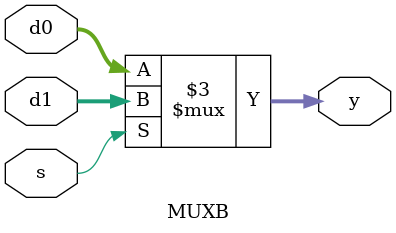
<source format=v>
`timescale 1ns / 1ps


module MUXB(d1, d0, s, y);
input [3:0]    d1, d0; 
input          s;
output [3:0]  y;
reg    [3:0]  y;

always@(d1 or d0 or s)
begin
   if (s)  y = d1;
   else   y = d0;
end

endmodule

</source>
